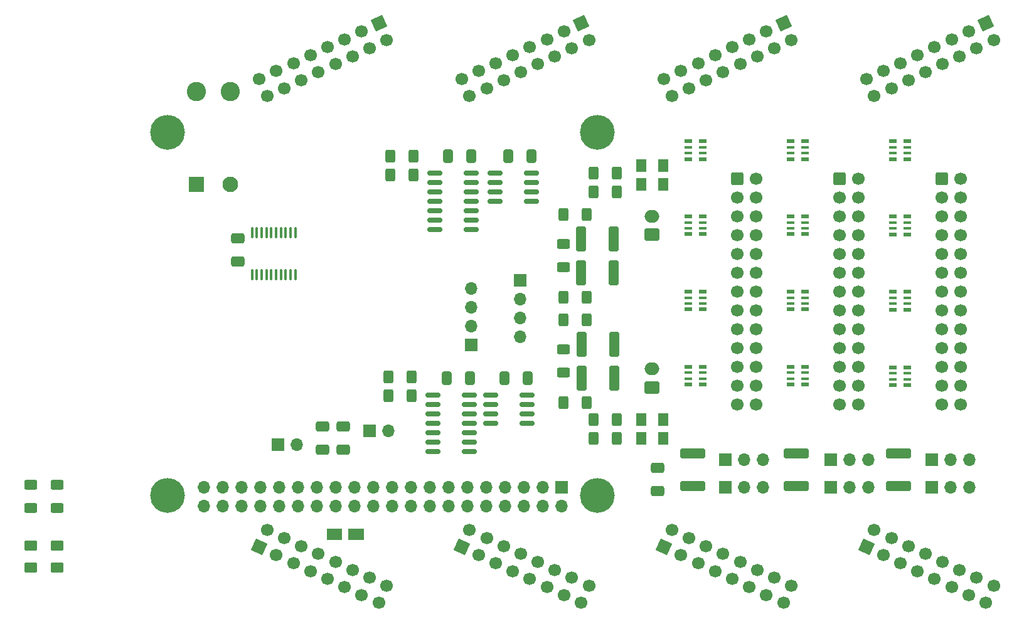
<source format=gbr>
%TF.GenerationSoftware,KiCad,Pcbnew,7.0.7*%
%TF.CreationDate,2023-11-11T20:47:19+01:00*%
%TF.ProjectId,LITEXCNC-HUB75HAT,4c495445-5843-44e4-932d-485542373548,rev?*%
%TF.SameCoordinates,Original*%
%TF.FileFunction,Soldermask,Top*%
%TF.FilePolarity,Negative*%
%FSLAX46Y46*%
G04 Gerber Fmt 4.6, Leading zero omitted, Abs format (unit mm)*
G04 Created by KiCad (PCBNEW 7.0.7) date 2023-11-11 20:47:19*
%MOMM*%
%LPD*%
G01*
G04 APERTURE LIST*
G04 Aperture macros list*
%AMRoundRect*
0 Rectangle with rounded corners*
0 $1 Rounding radius*
0 $2 $3 $4 $5 $6 $7 $8 $9 X,Y pos of 4 corners*
0 Add a 4 corners polygon primitive as box body*
4,1,4,$2,$3,$4,$5,$6,$7,$8,$9,$2,$3,0*
0 Add four circle primitives for the rounded corners*
1,1,$1+$1,$2,$3*
1,1,$1+$1,$4,$5*
1,1,$1+$1,$6,$7*
1,1,$1+$1,$8,$9*
0 Add four rect primitives between the rounded corners*
20,1,$1+$1,$2,$3,$4,$5,0*
20,1,$1+$1,$4,$5,$6,$7,0*
20,1,$1+$1,$6,$7,$8,$9,0*
20,1,$1+$1,$8,$9,$2,$3,0*%
%AMHorizOval*
0 Thick line with rounded ends*
0 $1 width*
0 $2 $3 position (X,Y) of the first rounded end (center of the circle)*
0 $4 $5 position (X,Y) of the second rounded end (center of the circle)*
0 Add line between two ends*
20,1,$1,$2,$3,$4,$5,0*
0 Add two circle primitives to create the rounded ends*
1,1,$1,$2,$3*
1,1,$1,$4,$5*%
%AMRotRect*
0 Rectangle, with rotation*
0 The origin of the aperture is its center*
0 $1 length*
0 $2 width*
0 $3 Rotation angle, in degrees counterclockwise*
0 Add horizontal line*
21,1,$1,$2,0,0,$3*%
%AMFreePoly0*
4,1,6,1.000000,0.000000,0.500000,-0.750000,-0.500000,-0.750000,-0.500000,0.750000,0.500000,0.750000,1.000000,0.000000,1.000000,0.000000,$1*%
G04 Aperture macros list end*
%ADD10R,1.700000X1.700000*%
%ADD11O,1.700000X1.700000*%
%ADD12R,1.000000X0.500000*%
%ADD13R,1.000000X0.400000*%
%ADD14RoundRect,0.250000X-0.600000X-0.600000X0.600000X-0.600000X0.600000X0.600000X-0.600000X0.600000X0*%
%ADD15C,1.700000*%
%ADD16RoundRect,0.250000X-0.400000X-1.450000X0.400000X-1.450000X0.400000X1.450000X-0.400000X1.450000X0*%
%ADD17RoundRect,0.250000X-0.625000X0.400000X-0.625000X-0.400000X0.625000X-0.400000X0.625000X0.400000X0*%
%ADD18RoundRect,0.250000X1.450000X-0.400000X1.450000X0.400000X-1.450000X0.400000X-1.450000X-0.400000X0*%
%ADD19RoundRect,0.250001X0.462499X0.624999X-0.462499X0.624999X-0.462499X-0.624999X0.462499X-0.624999X0*%
%ADD20RoundRect,0.250000X-0.400000X-0.625000X0.400000X-0.625000X0.400000X0.625000X-0.400000X0.625000X0*%
%ADD21RoundRect,0.250000X0.412500X0.650000X-0.412500X0.650000X-0.412500X-0.650000X0.412500X-0.650000X0*%
%ADD22RoundRect,0.250001X0.624999X-0.462499X0.624999X0.462499X-0.624999X0.462499X-0.624999X-0.462499X0*%
%ADD23RoundRect,0.250000X0.400000X0.625000X-0.400000X0.625000X-0.400000X-0.625000X0.400000X-0.625000X0*%
%ADD24RoundRect,0.250000X-0.650000X0.412500X-0.650000X-0.412500X0.650000X-0.412500X0.650000X0.412500X0*%
%ADD25RoundRect,0.250000X0.750000X-0.600000X0.750000X0.600000X-0.750000X0.600000X-0.750000X-0.600000X0*%
%ADD26O,2.000000X1.700000*%
%ADD27RoundRect,0.250000X0.400000X1.450000X-0.400000X1.450000X-0.400000X-1.450000X0.400000X-1.450000X0*%
%ADD28RoundRect,0.150000X-0.825000X-0.150000X0.825000X-0.150000X0.825000X0.150000X-0.825000X0.150000X0*%
%ADD29R,1.500000X1.500000*%
%ADD30FreePoly0,180.000000*%
%ADD31FreePoly0,0.000000*%
%ADD32C,3.100000*%
%ADD33C,4.700000*%
%ADD34RoundRect,0.250000X0.650000X-0.412500X0.650000X0.412500X-0.650000X0.412500X-0.650000X-0.412500X0*%
%ADD35RoundRect,0.100000X0.100000X-0.637500X0.100000X0.637500X-0.100000X0.637500X-0.100000X-0.637500X0*%
%ADD36RotRect,1.700000X1.700000X115.000000*%
%ADD37HorizOval,1.700000X0.000000X0.000000X0.000000X0.000000X0*%
%ADD38RotRect,1.700000X1.700000X245.000000*%
%ADD39HorizOval,1.700000X0.000000X0.000000X0.000000X0.000000X0*%
%ADD40C,2.600000*%
%ADD41RoundRect,0.250001X-0.799999X-0.799999X0.799999X-0.799999X0.799999X0.799999X-0.799999X0.799999X0*%
%ADD42C,2.100000*%
G04 APERTURE END LIST*
D10*
%TO.C,J17*%
X76768000Y22244000D03*
D11*
X76768000Y19704000D03*
X74228000Y22244000D03*
X74228000Y19704000D03*
X71688000Y22244000D03*
X71688000Y19704000D03*
X69148000Y22244000D03*
X69148000Y19704000D03*
X66608000Y22244000D03*
X66608000Y19704000D03*
X64068000Y22244000D03*
X64068000Y19704000D03*
X61528000Y22244000D03*
X61528000Y19704000D03*
X58988000Y22244000D03*
X58988000Y19704000D03*
X56448000Y22244000D03*
X56448000Y19704000D03*
X53908000Y22244000D03*
X53908000Y19704000D03*
X51368000Y22244000D03*
X51368000Y19704000D03*
X48828000Y22244000D03*
X48828000Y19704000D03*
X46288000Y22244000D03*
X46288000Y19704000D03*
X43748000Y22244000D03*
X43748000Y19704000D03*
X41208000Y22244000D03*
X41208000Y19704000D03*
X38668000Y22244000D03*
X38668000Y19704000D03*
X36128000Y22244000D03*
X36128000Y19704000D03*
X33588000Y22244000D03*
X33588000Y19704000D03*
X31048000Y22244000D03*
X31048000Y19704000D03*
X28508000Y22244000D03*
X28508000Y19704000D03*
%TD*%
D12*
%TO.C,RN9*%
X93825200Y58775000D03*
D13*
X93825200Y57975000D03*
X93825200Y57175000D03*
D12*
X93825200Y56375000D03*
X95825200Y56375000D03*
D13*
X95825200Y57175000D03*
X95825200Y57975000D03*
D12*
X95825200Y58775000D03*
%TD*%
D14*
%TO.C,J2*%
X114270000Y63900000D03*
D15*
X116810000Y63900000D03*
X114270000Y61360000D03*
X116810000Y61360000D03*
X114270000Y58820000D03*
X116810000Y58820000D03*
X114270000Y56280000D03*
X116810000Y56280000D03*
X114270000Y53740000D03*
X116810000Y53740000D03*
X114270000Y51200000D03*
X116810000Y51200000D03*
X114270000Y48660000D03*
X116810000Y48660000D03*
X114270000Y46120000D03*
X116810000Y46120000D03*
X114270000Y43580000D03*
X116810000Y43580000D03*
X114270000Y41040000D03*
X116810000Y41040000D03*
X114270000Y38500000D03*
X116810000Y38500000D03*
X114270000Y35960000D03*
X116810000Y35960000D03*
X114270000Y33420000D03*
X116810000Y33420000D03*
%TD*%
D16*
%TO.C,F3*%
X79430000Y41548000D03*
X83880000Y41548000D03*
%TD*%
D12*
%TO.C,RN4*%
X121437200Y68910000D03*
D13*
X121437200Y68110000D03*
X121437200Y67310000D03*
D12*
X121437200Y66510000D03*
X123437200Y66510000D03*
D13*
X123437200Y67310000D03*
X123437200Y68110000D03*
D12*
X123437200Y68910000D03*
%TD*%
D16*
%TO.C,F1*%
X79369000Y55772000D03*
X83819000Y55772000D03*
%TD*%
D12*
%TO.C,RN11*%
X93825200Y38487000D03*
D13*
X93825200Y37687000D03*
X93825200Y36887000D03*
D12*
X93825200Y36087000D03*
X95825200Y36087000D03*
D13*
X95825200Y36887000D03*
X95825200Y37687000D03*
D12*
X95825200Y38487000D03*
%TD*%
D17*
%TO.C,R11*%
X77022000Y55036000D03*
X77022000Y51936000D03*
%TD*%
D18*
%TO.C,F7*%
X94446400Y22345600D03*
X94446400Y26795600D03*
%TD*%
D19*
%TO.C,D9*%
X90447500Y31388000D03*
X87472500Y31388000D03*
%TD*%
D12*
%TO.C,RN12*%
X93825200Y68910000D03*
D13*
X93825200Y68110000D03*
X93825200Y67310000D03*
D12*
X93825200Y66510000D03*
X95825200Y66510000D03*
D13*
X95825200Y67310000D03*
X95825200Y68110000D03*
D12*
X95825200Y68910000D03*
%TD*%
D20*
%TO.C,R6*%
X53628000Y66948000D03*
X56728000Y66948000D03*
%TD*%
D21*
%TO.C,C13*%
X64360500Y36976000D03*
X61235500Y36976000D03*
%TD*%
D10*
%TO.C,JP6*%
X98866000Y22244000D03*
D11*
X101406000Y22244000D03*
X103946000Y22244000D03*
%TD*%
D21*
%TO.C,C14*%
X72196000Y36976000D03*
X69071000Y36976000D03*
%TD*%
D12*
%TO.C,RN5*%
X107631200Y58775000D03*
D13*
X107631200Y57975000D03*
X107631200Y57175000D03*
D12*
X107631200Y56375000D03*
X109631200Y56375000D03*
D13*
X109631200Y57175000D03*
X109631200Y57975000D03*
D12*
X109631200Y58775000D03*
%TD*%
D20*
%TO.C,R16*%
X53374000Y37103000D03*
X56474000Y37103000D03*
%TD*%
D22*
%TO.C,D1*%
X5140000Y11358500D03*
X5140000Y14333500D03*
%TD*%
D20*
%TO.C,R14*%
X81060000Y28848000D03*
X84160000Y28848000D03*
%TD*%
D19*
%TO.C,D6*%
X90447500Y63138000D03*
X87472500Y63138000D03*
%TD*%
D23*
%TO.C,R19*%
X80096000Y33674000D03*
X76996000Y33674000D03*
%TD*%
D24*
%TO.C,C8*%
X44510000Y30410500D03*
X44510000Y27285500D03*
%TD*%
D10*
%TO.C,JP4*%
X126679000Y22244000D03*
D11*
X129219000Y22244000D03*
X131759000Y22244000D03*
%TD*%
D12*
%TO.C,RN10*%
X93825200Y48615000D03*
D13*
X93825200Y47815000D03*
X93825200Y47015000D03*
D12*
X93825200Y46215000D03*
X95825200Y46215000D03*
D13*
X95825200Y47015000D03*
X95825200Y47815000D03*
D12*
X95825200Y48615000D03*
%TD*%
D10*
%TO.C,JP1*%
X126716000Y25927000D03*
D11*
X129256000Y25927000D03*
X131796000Y25927000D03*
%TD*%
D25*
%TO.C,RS489-5*%
X88960000Y56320000D03*
D26*
X88960000Y58820000D03*
%TD*%
D12*
%TO.C,RN8*%
X107631200Y68910000D03*
D13*
X107631200Y68110000D03*
X107631200Y67310000D03*
D12*
X107631200Y66510000D03*
X109631200Y66510000D03*
D13*
X109631200Y67310000D03*
X109631200Y68110000D03*
D12*
X109631200Y68910000D03*
%TD*%
D23*
%TO.C,R10*%
X80096000Y47898000D03*
X76996000Y47898000D03*
%TD*%
D24*
%TO.C,C7*%
X47304000Y30410500D03*
X47304000Y27285500D03*
%TD*%
D17*
%TO.C,R21*%
X77022000Y40812000D03*
X77022000Y37712000D03*
%TD*%
D20*
%TO.C,R18*%
X53374000Y34563000D03*
X56474000Y34563000D03*
%TD*%
D22*
%TO.C,D2*%
X8696000Y11358500D03*
X8696000Y14333500D03*
%TD*%
D10*
%TO.C,JP3*%
X98866000Y25901600D03*
D11*
X101406000Y25901600D03*
X103946000Y25901600D03*
%TD*%
D27*
%TO.C,F4*%
X83880000Y36976000D03*
X79430000Y36976000D03*
%TD*%
D21*
%TO.C,C12*%
X72704000Y66948000D03*
X69579000Y66948000D03*
%TD*%
D28*
%TO.C,U9*%
X59626000Y64662000D03*
X59626000Y63392000D03*
X59626000Y62122000D03*
X59626000Y60852000D03*
X59626000Y59582000D03*
X59626000Y58312000D03*
X59626000Y57042000D03*
X64576000Y57042000D03*
X64576000Y58312000D03*
X64576000Y59582000D03*
X64576000Y60852000D03*
X64576000Y62122000D03*
X64576000Y63392000D03*
X64576000Y64662000D03*
%TD*%
D20*
%TO.C,R13*%
X81060000Y64662000D03*
X84160000Y64662000D03*
%TD*%
D29*
%TO.C,JP7*%
X48758000Y15894000D03*
X46358000Y15894000D03*
D30*
X49558000Y15894000D03*
D31*
X45558000Y15894000D03*
%TD*%
D27*
%TO.C,F2*%
X83819000Y51200000D03*
X79369000Y51200000D03*
%TD*%
D28*
%TO.C,U11*%
X59372000Y34690000D03*
X59372000Y33420000D03*
X59372000Y32150000D03*
X59372000Y30880000D03*
X59372000Y29610000D03*
X59372000Y28340000D03*
X59372000Y27070000D03*
X64322000Y27070000D03*
X64322000Y28340000D03*
X64322000Y29610000D03*
X64322000Y30880000D03*
X64322000Y32150000D03*
X64322000Y33420000D03*
X64322000Y34690000D03*
%TD*%
D19*
%TO.C,D7*%
X90447500Y65678000D03*
X87472500Y65678000D03*
%TD*%
D12*
%TO.C,RN1*%
X121437200Y58750000D03*
D13*
X121437200Y57950000D03*
X121437200Y57150000D03*
D12*
X121437200Y56350000D03*
X123437200Y56350000D03*
D13*
X123437200Y57150000D03*
X123437200Y57950000D03*
D12*
X123437200Y58750000D03*
%TD*%
D25*
%TO.C,RS489-1*%
X88943000Y35706000D03*
D26*
X88943000Y38206000D03*
%TD*%
D20*
%TO.C,R12*%
X81060000Y62122000D03*
X84160000Y62122000D03*
%TD*%
%TO.C,R7*%
X53628000Y64408000D03*
X56728000Y64408000D03*
%TD*%
D10*
%TO.C,JP5*%
X113090000Y22244000D03*
D11*
X115630000Y22244000D03*
X118170000Y22244000D03*
%TD*%
D32*
%TO.C,REF\u002A\u002A*%
X23560000Y70112000D03*
D33*
X23560000Y70112000D03*
%TD*%
D32*
%TO.C,REF\u002A\u002A*%
X81560000Y21112000D03*
D33*
X81560000Y21112000D03*
%TD*%
D24*
%TO.C,C18*%
X33080000Y55810500D03*
X33080000Y52685500D03*
%TD*%
D17*
%TO.C,R2*%
X8696000Y22524000D03*
X8696000Y19424000D03*
%TD*%
D18*
%TO.C,F5*%
X122234000Y22345600D03*
X122234000Y26795600D03*
%TD*%
D12*
%TO.C,RN6*%
X107631200Y48615000D03*
D13*
X107631200Y47815000D03*
X107631200Y47015000D03*
D12*
X107631200Y46215000D03*
X109631200Y46215000D03*
D13*
X109631200Y47015000D03*
X109631200Y47815000D03*
D12*
X109631200Y48615000D03*
%TD*%
%TO.C,RN2*%
X121421200Y48590000D03*
D13*
X121421200Y47790000D03*
X121421200Y46990000D03*
D12*
X121421200Y46190000D03*
X123421200Y46190000D03*
D13*
X123421200Y46990000D03*
X123421200Y47790000D03*
D12*
X123421200Y48590000D03*
%TD*%
D34*
%TO.C,C17*%
X89722000Y21697500D03*
X89722000Y24822500D03*
%TD*%
D12*
%TO.C,RN7*%
X107631200Y38487000D03*
D13*
X107631200Y37687000D03*
X107631200Y36887000D03*
D12*
X107631200Y36087000D03*
X109631200Y36087000D03*
D13*
X109631200Y36887000D03*
X109631200Y37687000D03*
D12*
X109631200Y38487000D03*
%TD*%
D32*
%TO.C,REF\u002A\u002A*%
X23560000Y21112000D03*
D33*
X23560000Y21112000D03*
%TD*%
D20*
%TO.C,R15*%
X81060000Y31388000D03*
X84160000Y31388000D03*
%TD*%
D10*
%TO.C,JP2*%
X113105000Y25901600D03*
D11*
X115645000Y25901600D03*
X118185000Y25901600D03*
%TD*%
D18*
%TO.C,F6*%
X108416400Y22345600D03*
X108416400Y26795600D03*
%TD*%
D12*
%TO.C,RN3*%
X121437200Y38379200D03*
D13*
X121437200Y37579200D03*
X121437200Y36779200D03*
D12*
X121437200Y35979200D03*
X123437200Y35979200D03*
D13*
X123437200Y36779200D03*
X123437200Y37579200D03*
D12*
X123437200Y38379200D03*
%TD*%
D17*
%TO.C,R1*%
X5140000Y22524000D03*
X5140000Y19424000D03*
%TD*%
D14*
%TO.C,J3*%
X100464000Y63900000D03*
D15*
X103004000Y63900000D03*
X100464000Y61360000D03*
X103004000Y61360000D03*
X100464000Y58820000D03*
X103004000Y58820000D03*
X100464000Y56280000D03*
X103004000Y56280000D03*
X100464000Y53740000D03*
X103004000Y53740000D03*
X100464000Y51200000D03*
X103004000Y51200000D03*
X100464000Y48660000D03*
X103004000Y48660000D03*
X100464000Y46120000D03*
X103004000Y46120000D03*
X100464000Y43580000D03*
X103004000Y43580000D03*
X100464000Y41040000D03*
X103004000Y41040000D03*
X100464000Y38500000D03*
X103004000Y38500000D03*
X100464000Y35960000D03*
X103004000Y35960000D03*
X100464000Y33420000D03*
X103004000Y33420000D03*
%TD*%
D32*
%TO.C,REF\u002A\u002A*%
X81560000Y70112000D03*
D33*
X81560000Y70112000D03*
%TD*%
D20*
%TO.C,R9*%
X76996000Y59074000D03*
X80096000Y59074000D03*
%TD*%
D14*
%TO.C,J1*%
X128076000Y63900000D03*
D15*
X130616000Y63900000D03*
X128076000Y61360000D03*
X130616000Y61360000D03*
X128076000Y58820000D03*
X130616000Y58820000D03*
X128076000Y56280000D03*
X130616000Y56280000D03*
X128076000Y53740000D03*
X130616000Y53740000D03*
X128076000Y51200000D03*
X130616000Y51200000D03*
X128076000Y48660000D03*
X130616000Y48660000D03*
X128076000Y46120000D03*
X130616000Y46120000D03*
X128076000Y43580000D03*
X130616000Y43580000D03*
X128076000Y41040000D03*
X130616000Y41040000D03*
X128076000Y38500000D03*
X130616000Y38500000D03*
X128076000Y35960000D03*
X130616000Y35960000D03*
X128076000Y33420000D03*
X130616000Y33420000D03*
%TD*%
D19*
%TO.C,D8*%
X90447500Y28848000D03*
X87472500Y28848000D03*
%TD*%
D20*
%TO.C,R20*%
X76996000Y44850000D03*
X80096000Y44850000D03*
%TD*%
D28*
%TO.C,U12*%
X67181000Y34690000D03*
X67181000Y33420000D03*
X67181000Y32150000D03*
X67181000Y30880000D03*
X72131000Y30880000D03*
X72131000Y32150000D03*
X72131000Y33420000D03*
X72131000Y34690000D03*
%TD*%
D35*
%TO.C,U8*%
X34981000Y50877500D03*
X35631000Y50877500D03*
X36281000Y50877500D03*
X36931000Y50877500D03*
X37581000Y50877500D03*
X38231000Y50877500D03*
X38881000Y50877500D03*
X39531000Y50877500D03*
X40181000Y50877500D03*
X40831000Y50877500D03*
X40831000Y56602500D03*
X40181000Y56602500D03*
X39531000Y56602500D03*
X38881000Y56602500D03*
X38231000Y56602500D03*
X37581000Y56602500D03*
X36931000Y56602500D03*
X36281000Y56602500D03*
X35631000Y56602500D03*
X34981000Y56602500D03*
%TD*%
D21*
%TO.C,C11*%
X64576000Y66948000D03*
X61451000Y66948000D03*
%TD*%
D28*
%TO.C,U10*%
X67754000Y64662000D03*
X67754000Y63392000D03*
X67754000Y62122000D03*
X67754000Y60852000D03*
X72704000Y60852000D03*
X72704000Y62122000D03*
X72704000Y63392000D03*
X72704000Y64662000D03*
%TD*%
D10*
%TO.C,J14*%
X38460000Y28000000D03*
D11*
X41000000Y28000000D03*
%TD*%
D10*
%TO.C,J8*%
X71120000Y50165000D03*
D11*
X71120000Y47625000D03*
X71120000Y45085000D03*
X71120000Y42545000D03*
%TD*%
D36*
%TO.C,J4*%
X52070000Y84836000D03*
D37*
X53143450Y82533978D03*
X49767978Y83762550D03*
X50841429Y81460528D03*
X47465956Y82689099D03*
X48539407Y80387077D03*
X45163935Y81615649D03*
X46237385Y79313627D03*
X42861913Y80542198D03*
X43935363Y78240177D03*
X40559891Y79468748D03*
X41633341Y77166726D03*
X38257869Y78395298D03*
X39331320Y76093276D03*
X35955848Y77321847D03*
X37029298Y75019826D03*
%TD*%
D10*
%TO.C,J13*%
X50800000Y29845000D03*
D11*
X53340000Y29845000D03*
%TD*%
D38*
%TO.C,J12*%
X90565848Y14118153D03*
D39*
X91639298Y16420175D03*
X92867870Y13044703D03*
X93941320Y15346724D03*
X95169892Y11971252D03*
X96243342Y14273274D03*
X97471913Y10897802D03*
X98545364Y13199824D03*
X99773935Y9824351D03*
X100847386Y12126373D03*
X102075957Y8750901D03*
X103149407Y11052923D03*
X104377979Y7677451D03*
X105451429Y9979472D03*
X106680000Y6604000D03*
X107753451Y8906022D03*
%TD*%
D38*
%TO.C,J11*%
X117870848Y14118153D03*
D39*
X118944298Y16420175D03*
X120172870Y13044703D03*
X121246320Y15346724D03*
X122474892Y11971252D03*
X123548342Y14273274D03*
X124776913Y10897802D03*
X125850364Y13199824D03*
X127078935Y9824351D03*
X128152386Y12126373D03*
X129380957Y8750901D03*
X130454407Y11052923D03*
X131682979Y7677451D03*
X132756429Y9979472D03*
X133985000Y6604000D03*
X135058451Y8906022D03*
%TD*%
D36*
%TO.C,J6*%
X106680000Y84836000D03*
D37*
X107753450Y82533978D03*
X104377978Y83762550D03*
X105451429Y81460528D03*
X102075956Y82689099D03*
X103149407Y80387077D03*
X99773935Y81615649D03*
X100847385Y79313627D03*
X97471913Y80542198D03*
X98545363Y78240177D03*
X95169891Y79468748D03*
X96243341Y77166726D03*
X92867869Y78395298D03*
X93941320Y76093276D03*
X90565848Y77321847D03*
X91639298Y75019826D03*
%TD*%
D38*
%TO.C,J15*%
X63260848Y14118153D03*
D39*
X64334298Y16420175D03*
X65562870Y13044703D03*
X66636320Y15346724D03*
X67864892Y11971252D03*
X68938342Y14273274D03*
X70166913Y10897802D03*
X71240364Y13199824D03*
X72468935Y9824351D03*
X73542386Y12126373D03*
X74770957Y8750901D03*
X75844407Y11052923D03*
X77072979Y7677451D03*
X78146429Y9979472D03*
X79375000Y6604000D03*
X80448451Y8906022D03*
%TD*%
D10*
%TO.C,J7*%
X64516000Y41402000D03*
D11*
X64516000Y43942000D03*
X64516000Y46482000D03*
X64516000Y49022000D03*
%TD*%
D38*
%TO.C,J16*%
X35955848Y14118153D03*
D39*
X37029298Y16420175D03*
X38257870Y13044703D03*
X39331320Y15346724D03*
X40559892Y11971252D03*
X41633342Y14273274D03*
X42861913Y10897802D03*
X43935364Y13199824D03*
X45163935Y9824351D03*
X46237386Y12126373D03*
X47465957Y8750901D03*
X48539407Y11052923D03*
X49767979Y7677451D03*
X50841429Y9979472D03*
X52070000Y6604000D03*
X53143451Y8906022D03*
%TD*%
D40*
%TO.C,J10*%
X27478000Y75663000D03*
X32078000Y75663000D03*
D41*
X27478000Y63063000D03*
D42*
X32078000Y63063000D03*
%TD*%
D36*
%TO.C,J5*%
X79375000Y84836000D03*
D37*
X80448450Y82533978D03*
X77072978Y83762550D03*
X78146429Y81460528D03*
X74770956Y82689099D03*
X75844407Y80387077D03*
X72468935Y81615649D03*
X73542385Y79313627D03*
X70166913Y80542198D03*
X71240363Y78240177D03*
X67864891Y79468748D03*
X68938341Y77166726D03*
X65562869Y78395298D03*
X66636320Y76093276D03*
X63260848Y77321847D03*
X64334298Y75019826D03*
%TD*%
D36*
%TO.C,J9*%
X133985000Y84836000D03*
D37*
X135058450Y82533978D03*
X131682978Y83762550D03*
X132756429Y81460528D03*
X129380956Y82689099D03*
X130454407Y80387077D03*
X127078935Y81615649D03*
X128152385Y79313627D03*
X124776913Y80542198D03*
X125850363Y78240177D03*
X122474891Y79468748D03*
X123548341Y77166726D03*
X120172869Y78395298D03*
X121246320Y76093276D03*
X117870848Y77321847D03*
X118944298Y75019826D03*
%TD*%
M02*

</source>
